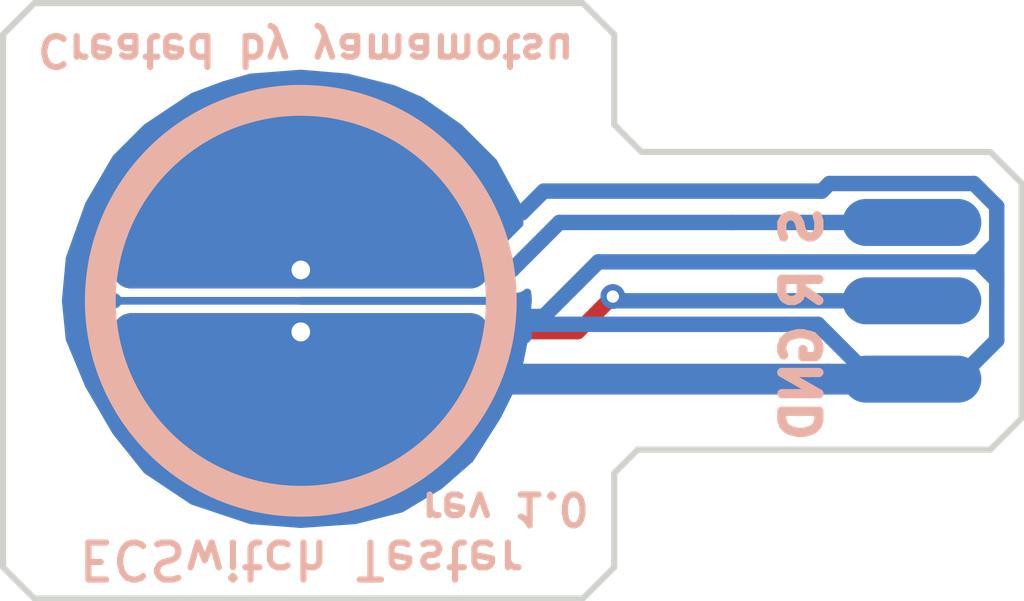
<source format=kicad_pcb>
(kicad_pcb (version 20171130) (host pcbnew "(5.0.2)-1")

  (general
    (thickness 1.6)
    (drawings 22)
    (tracks 37)
    (zones 0)
    (modules 2)
    (nets 4)
  )

  (page A4)
  (layers
    (0 F.Cu signal)
    (31 B.Cu signal)
    (32 B.Adhes user)
    (33 F.Adhes user)
    (34 B.Paste user)
    (35 F.Paste user)
    (36 B.SilkS user)
    (37 F.SilkS user)
    (38 B.Mask user)
    (39 F.Mask user)
    (40 Dwgs.User user)
    (41 Cmts.User user)
    (42 Eco1.User user)
    (43 Eco2.User user)
    (44 Edge.Cuts user)
    (45 Margin user)
    (46 B.CrtYd user)
    (47 F.CrtYd user)
    (48 B.Fab user)
    (49 F.Fab user)
  )

  (setup
    (last_trace_width 0.5)
    (user_trace_width 0.25)
    (user_trace_width 0.5)
    (trace_clearance 0.2)
    (zone_clearance 0.508)
    (zone_45_only no)
    (trace_min 0.2)
    (segment_width 0.2)
    (edge_width 0.2)
    (via_size 0.8)
    (via_drill 0.4)
    (via_min_size 0.4)
    (via_min_drill 0.3)
    (uvia_size 0.3)
    (uvia_drill 0.1)
    (uvias_allowed no)
    (uvia_min_size 0.2)
    (uvia_min_drill 0.1)
    (pcb_text_width 0.3)
    (pcb_text_size 1.5 1.5)
    (mod_edge_width 0.15)
    (mod_text_size 1 1)
    (mod_text_width 0.15)
    (pad_size 1.524 1.524)
    (pad_drill 0.762)
    (pad_to_mask_clearance 0.051)
    (solder_mask_min_width 0.25)
    (aux_axis_origin 0 0)
    (visible_elements FFFFFF7F)
    (pcbplotparams
      (layerselection 0x010f0_ffffffff)
      (usegerberextensions false)
      (usegerberattributes false)
      (usegerberadvancedattributes false)
      (creategerberjobfile false)
      (excludeedgelayer true)
      (linewidth 0.100000)
      (plotframeref false)
      (viasonmask false)
      (mode 1)
      (useauxorigin false)
      (hpglpennumber 1)
      (hpglpenspeed 20)
      (hpglpendiameter 15.000000)
      (psnegative false)
      (psa4output false)
      (plotreference true)
      (plotvalue true)
      (plotinvisibletext false)
      (padsonsilk false)
      (subtractmaskfromsilk false)
      (outputformat 1)
      (mirror false)
      (drillshape 0)
      (scaleselection 1)
      (outputdirectory "gerber/"))
  )

  (net 0 "")
  (net 1 /S)
  (net 2 /R)
  (net 3 /GND)

  (net_class Default "これはデフォルトのネット クラスです。"
    (clearance 0.2)
    (trace_width 0.25)
    (via_dia 0.8)
    (via_drill 0.4)
    (uvia_dia 0.3)
    (uvia_drill 0.1)
  )

  (net_class Large ""
    (clearance 0.25)
    (trace_width 0.25)
    (via_dia 0.8)
    (via_drill 0.4)
    (uvia_dia 0.3)
    (uvia_drill 0.1)
    (add_net /GND)
    (add_net /R)
    (add_net /S)
  )

  (module ToprePad:ToprePad (layer F.Cu) (tedit 5E6607DA) (tstamp 5E72F4CA)
    (at 93.98 73.66 90)
    (path /5E65F4EF)
    (fp_text reference TP1 (at 0 8 90) (layer F.SilkS) hide
      (effects (font (size 1 1) (thickness 0.15)))
    )
    (fp_text value ToprePad (at 0 -8 90) (layer F.Fab) hide
      (effects (font (size 1 1) (thickness 0.15)))
    )
    (fp_circle (center 0 0) (end 0 -6.5) (layer B.SilkS) (width 1))
    (fp_line (start -8 -9) (end 8 -9) (layer Dwgs.User) (width 0.1))
    (fp_line (start -9 8) (end -9 -8) (layer Dwgs.User) (width 0.1))
    (fp_line (start 8 9) (end -8 9) (layer Dwgs.User) (width 0.1))
    (fp_line (start 9 -8) (end 9 8) (layer Dwgs.User) (width 0.1))
    (fp_arc (start 8 -8) (end 8 -9) (angle 90) (layer Dwgs.User) (width 0.1))
    (fp_arc (start 8 8) (end 9 8) (angle 90) (layer Dwgs.User) (width 0.1))
    (fp_arc (start -8 8) (end -8 9) (angle 90) (layer Dwgs.User) (width 0.1))
    (fp_arc (start -8 -8) (end -9 -8) (angle 90) (layer Dwgs.User) (width 0.1))
    (pad 2 thru_hole circle (at -1.016 0 90) (size 1 1) (drill 0.6) (layers *.Cu *.Mask)
      (net 2 /R))
    (pad 1 thru_hole circle (at 1 0 90) (size 1 1) (drill 0.6) (layers *.Cu *.Mask)
      (net 1 /S))
    (pad 2 thru_hole custom (at -1 0 90) (size 1 1) (drill 0.6) (layers B.Cu)
      (net 2 /R) (zone_connect 0)
      (options (clearance outline) (anchor circle))
      (primitives
        (gr_line (start 0 -5.5) (end 0 5.5) (width 1.2))
        (gr_line (start -3 -3.5) (end -3 3.5) (width 1.1))
        (gr_line (start -4 -2) (end -3.5 2.5) (width 1.1))
        (gr_arc (start 1 0) (end 0 5.5) (angle 158.5) (width 1.2))
        (gr_line (start -2 -4) (end -2 4.5) (width 1.1))
        (gr_line (start -1 -4.5) (end -1 4.5) (width 1.1))
      ))
    (pad 1 thru_hole custom (at 1 0 90) (size 1 1) (drill 0.6) (layers B.Cu)
      (net 1 /S) (zone_connect 0)
      (options (clearance outline) (anchor circle))
      (primitives
        (gr_line (start 1 -4.5) (end 1 4.5) (width 1.1))
        (gr_line (start 0 -5.5) (end 0 5.5) (width 1.2))
        (gr_line (start 2 -4) (end 2 4.5) (width 1.1))
        (gr_arc (start -1 0) (end 0 -5.5) (angle 158.5) (width 1.2))
        (gr_line (start 4 -2) (end 3.5 2.5) (width 1.1))
        (gr_line (start 3 -3.5) (end 3 3.5) (width 1.1))
      ))
    (pad 3 smd rect (at 0 0 90) (size 0.25 14) (layers B.Cu)
      (net 3 /GND) (zone_connect 2))
  )

  (module MyLib:TestPin_3P_SMD (layer B.Cu) (tedit 5E661470) (tstamp 5E72F4AE)
    (at 113.792 71.12)
    (path /5E65F6AC)
    (fp_text reference J1 (at 2.921 2.54 -90) (layer B.SilkS) hide
      (effects (font (size 1 1) (thickness 0.15)) (justify mirror))
    )
    (fp_text value Conn_test (at 2.54 2.54 -90) (layer B.Fab) hide
      (effects (font (size 1 1) (thickness 0.15)) (justify mirror))
    )
    (pad 1 smd oval (at 0 0) (size 4.5 1.524) (layers B.Cu B.Paste B.Mask)
      (net 1 /S))
    (pad 2 smd oval (at 0 2.54) (size 4.5 1.524) (layers B.Cu B.Paste B.Mask)
      (net 2 /R))
    (pad 3 smd oval (at 0 5.08) (size 4.5 1.524) (layers B.Cu B.Paste B.Mask)
      (net 3 /GND))
  )

  (gr_text S (at 110.236 71.247 90) (layer B.SilkS) (tstamp 5E73024D)
    (effects (font (size 1.2 1.2) (thickness 0.3)) (justify mirror))
  )
  (gr_text GND (at 110.236 76.327 90) (layer B.SilkS) (tstamp 5E7301EA)
    (effects (font (size 1.2 1.2) (thickness 0.3)) (justify mirror))
  )
  (gr_text R (at 110.236 73.279 90) (layer B.SilkS)
    (effects (font (size 1.2 1.2) (thickness 0.3)) (justify mirror))
  )
  (gr_line (start 104.14 67.945) (end 104.14 65.024) (layer Edge.Cuts) (width 0.2))
  (gr_line (start 105.029 68.834) (end 104.14 67.945) (layer Edge.Cuts) (width 0.2))
  (gr_line (start 104.14 79.248) (end 104.902 78.486) (layer Edge.Cuts) (width 0.2))
  (gr_line (start 104.14 82.296) (end 104.14 79.248) (layer Edge.Cuts) (width 0.2))
  (gr_text "Created by yamamotsu" (at 85.344 65.532 180) (layer B.SilkS) (tstamp 5E7300E6)
    (effects (font (size 1 1) (thickness 0.2)) (justify left mirror))
  )
  (gr_text "rev 1.0" (at 97.79 80.391 180) (layer B.SilkS) (tstamp 5E73006A)
    (effects (font (size 1 1) (thickness 0.2)) (justify left mirror))
  )
  (gr_text "ECSwitch Tester" (at 93.98 82.042 180) (layer B.SilkS)
    (effects (font (size 1.2 1.2) (thickness 0.2)) (justify mirror))
  )
  (gr_line (start 84.328 65.024) (end 85.344 64.008) (layer Edge.Cuts) (width 0.2))
  (gr_line (start 84.328 82.296) (end 84.328 65.024) (layer Edge.Cuts) (width 0.2))
  (gr_line (start 85.344 83.312) (end 84.328 82.296) (layer Edge.Cuts) (width 0.2))
  (gr_line (start 103.124 83.312) (end 85.344 83.312) (layer Edge.Cuts) (width 0.2))
  (gr_line (start 103.124 83.312) (end 104.14 82.296) (layer Edge.Cuts) (width 0.2))
  (gr_line (start 116.332 78.486) (end 104.902 78.486) (layer Edge.Cuts) (width 0.2))
  (gr_line (start 117.348 77.47) (end 116.332 78.486) (layer Edge.Cuts) (width 0.2))
  (gr_line (start 117.348 69.85) (end 117.348 77.47) (layer Edge.Cuts) (width 0.2))
  (gr_line (start 116.332 68.834) (end 117.348 69.85) (layer Edge.Cuts) (width 0.2))
  (gr_line (start 105.029 68.834) (end 116.332 68.834) (layer Edge.Cuts) (width 0.2))
  (gr_line (start 103.124 64.008) (end 104.14 65.024) (layer Edge.Cuts) (width 0.2))
  (gr_line (start 85.344 64.008) (end 103.124 64.008) (layer Edge.Cuts) (width 0.2))

  (segment (start 93.98 72.66) (end 100.822 72.66) (width 0.5) (layer B.Cu) (net 1))
  (segment (start 102.362 71.12) (end 107.95 71.12) (width 0.5) (layer B.Cu) (net 1))
  (segment (start 100.822 72.66) (end 102.362 71.12) (width 0.5) (layer B.Cu) (net 1))
  (segment (start 107.95 71.12) (end 113.792 71.12) (width 0.5) (layer B.Cu) (net 1))
  (segment (start 113.792 73.66) (end 104.233628 73.66) (width 0.5) (layer B.Cu) (net 2))
  (segment (start 104.233628 73.66) (end 104.095618 73.52199) (width 0.5) (layer B.Cu) (net 2))
  (segment (start 103.695619 73.921989) (end 104.095618 73.52199) (width 0.5) (layer F.Cu) (net 2))
  (segment (start 102.957608 74.66) (end 103.695619 73.921989) (width 0.5) (layer F.Cu) (net 2))
  (via (at 104.095618 73.52199) (size 0.8) (drill 0.4) (layers F.Cu B.Cu) (net 2))
  (segment (start 93.98 74.66) (end 102.957608 74.66) (width 0.5) (layer F.Cu) (net 2))
  (segment (start 100.855 73.66) (end 93.98 73.66) (width 0.25) (layer B.Cu) (net 3))
  (segment (start 93.98 73.66) (end 100.076 73.66) (width 0.25) (layer B.Cu) (net 3))
  (segment (start 86.868 73.66) (end 87.924355 73.66) (width 0.5) (layer B.Cu) (net 3))
  (segment (start 112.304 76.2) (end 113.792 76.2) (width 0.5) (layer B.Cu) (net 3))
  (segment (start 115.28 76.2) (end 113.792 76.2) (width 0.5) (layer B.Cu) (net 3))
  (segment (start 116.54201 74.93799) (end 115.28 76.2) (width 0.5) (layer B.Cu) (net 3))
  (segment (start 115.94301 72.39799) (end 116.54201 72.99699) (width 0.5) (layer B.Cu) (net 3))
  (segment (start 103.62401 72.39799) (end 115.94301 72.39799) (width 0.5) (layer B.Cu) (net 3))
  (segment (start 112.522 76.2) (end 110.744 74.422) (width 0.5) (layer B.Cu) (net 3))
  (segment (start 116.54201 72.99699) (end 116.54201 74.93799) (width 0.5) (layer B.Cu) (net 3))
  (segment (start 113.792 76.2) (end 112.522 76.2) (width 0.5) (layer B.Cu) (net 3))
  (segment (start 110.744 74.422) (end 101.219 74.422) (width 0.5) (layer B.Cu) (net 3))
  (segment (start 101.219 74.422) (end 100.965 74.168) (width 0.5) (layer B.Cu) (net 3))
  (segment (start 100.965 74.168) (end 101.854 74.168) (width 0.5) (layer B.Cu) (net 3))
  (segment (start 101.854 74.168) (end 103.62401 72.39799) (width 0.5) (layer B.Cu) (net 3))
  (segment (start 116.54201 71.79899) (end 115.94301 72.39799) (width 0.5) (layer B.Cu) (net 3))
  (segment (start 116.54201 70.597259) (end 116.54201 71.79899) (width 0.5) (layer B.Cu) (net 3))
  (segment (start 100.584 70.807524) (end 101.150476 70.807524) (width 0.5) (layer B.Cu) (net 3))
  (segment (start 101.150476 70.807524) (end 101.854 70.104) (width 0.5) (layer B.Cu) (net 3))
  (segment (start 101.854 70.104) (end 110.871 70.104) (width 0.5) (layer B.Cu) (net 3))
  (segment (start 110.871 70.104) (end 111.11701 69.85799) (width 0.5) (layer B.Cu) (net 3))
  (segment (start 111.11701 69.85799) (end 115.802741 69.85799) (width 0.5) (layer B.Cu) (net 3))
  (segment (start 115.802741 69.85799) (end 116.54201 70.597259) (width 0.5) (layer B.Cu) (net 3))
  (segment (start 116.54201 71.79899) (end 116.54201 72.99699) (width 0.5) (layer B.Cu) (net 3))
  (segment (start 101.219 74.422) (end 101.219 74.803) (width 0.5) (layer B.Cu) (net 3))
  (segment (start 113.792 76.2) (end 111.042 76.2) (width 1) (layer B.Cu) (net 3))
  (segment (start 111.042 76.2) (end 100.584 76.2) (width 1) (layer B.Cu) (net 3))

  (zone (net 3) (net_name /GND) (layer B.Cu) (tstamp 5E7302D9) (hatch edge 0.508)
    (connect_pads (clearance 0.508))
    (min_thickness 0.254)
    (fill yes (arc_segments 16) (thermal_gap 0.508) (thermal_bridge_width 0.508))
    (polygon
      (pts
        (xy 93.98 81.026) (xy 95.758 80.899) (xy 97.282 80.518) (xy 98.552 79.756) (xy 99.568 78.867)
        (xy 100.457 77.47) (xy 101.092 76.2) (xy 101.346 74.93) (xy 101.473 73.66) (xy 101.346 72.009)
        (xy 101.092 70.485) (xy 100.33 69.088) (xy 99.187 67.945) (xy 97.917 67.056) (xy 97.028 66.675)
        (xy 95.504 66.294) (xy 93.98 66.167) (xy 92.329 66.294) (xy 91.44 66.548) (xy 90.424 66.929)
        (xy 88.9 67.945) (xy 87.884 68.961) (xy 86.995 70.485) (xy 86.36 72.263) (xy 86.233 73.66)
        (xy 86.36 74.93) (xy 86.995 76.454) (xy 87.884 77.978) (xy 88.9 79.248) (xy 90.424 80.264)
        (xy 92.329 80.899)
      )
    )
    (filled_polygon
      (pts
        (xy 95.483189 66.419706) (xy 96.987327 66.79574) (xy 97.854916 67.167564) (xy 99.105057 68.042663) (xy 100.227266 69.164872)
        (xy 100.97025 70.527009) (xy 101.074988 71.155434) (xy 100.512307 71.718115) (xy 100.266101 70.982076) (xy 100.243129 70.923142)
        (xy 100.22283 70.877753) (xy 100.203056 70.831827) (xy 100.172987 70.770986) (xy 100.168887 70.763681) (xy 100.166709 70.759832)
        (xy 99.626239 69.8121) (xy 99.592254 69.758745) (xy 99.563494 69.718119) (xy 99.535213 69.676962) (xy 99.493943 69.623171)
        (xy 99.488503 69.616801) (xy 99.485573 69.613394) (xy 98.771313 68.788689) (xy 98.727618 68.742957) (xy 98.691469 68.708646)
        (xy 98.655766 68.6738) (xy 98.604812 68.629033) (xy 98.598244 68.623846) (xy 98.594746 68.628275) (xy 98.59122 68.625582)
        (xy 98.594722 68.621084) (xy 97.733887 67.950825) (xy 97.682137 67.914448) (xy 97.640054 67.887839) (xy 97.598231 67.86057)
        (xy 97.539556 67.826554) (xy 97.532099 67.822738) (xy 97.528113 67.820715) (xy 96.553477 67.330421) (xy 96.495643 67.304787)
        (xy 96.44913 67.286835) (xy 96.402876 67.268236) (xy 96.338718 67.246265) (xy 96.330662 67.24397) (xy 96.326349 67.242758)
        (xy 95.275044 66.95111) (xy 95.213331 66.937197) (xy 95.164259 66.928629) (xy 95.115236 66.919361) (xy 95.047985 66.910266)
        (xy 95.039636 66.90958) (xy 95.035216 66.909233) (xy 93.947284 66.827338) (xy 93.884053 66.825676) (xy 93.834279 66.826801)
        (xy 93.784341 66.827233) (xy 93.716669 66.831368) (xy 93.708346 66.832316) (xy 93.703888 66.83284) (xy 92.620767 66.96382)
        (xy 92.558415 66.974472) (xy 92.509736 66.98526) (xy 92.460913 66.995366) (xy 92.395311 67.012572) (xy 92.38733 67.015119)
        (xy 92.383077 67.016493) (xy 91.346027 67.355356) (xy 91.286935 67.377915) (xy 91.241291 67.397946) (xy 91.195341 67.417352)
        (xy 91.134364 67.446955) (xy 91.12703 67.451003) (xy 91.123094 67.453194) (xy 90.171612 67.987036) (xy 90.118031 68.02064)
        (xy 90.077152 68.049152) (xy 90.035836 68.07712) (xy 89.981743 68.118026) (xy 89.975335 68.123422) (xy 89.971928 68.126312)
        (xy 89.142258 68.834797) (xy 89.096223 68.87817) (xy 89.061678 68.91406) (xy 89.026565 68.949538) (xy 88.98148 69.000132)
        (xy 88.976242 69.006669) (xy 88.973429 69.010205) (xy 88.297171 69.866348) (xy 88.260437 69.917837) (xy 88.233484 69.959812)
        (xy 88.205971 70.001372) (xy 88.171566 70.059769) (xy 88.167697 70.0672) (xy 88.165628 70.071208) (xy 87.668542 71.042397)
        (xy 87.642507 71.100044) (xy 87.624228 71.146436) (xy 87.605303 71.19257) (xy 87.582899 71.25653) (xy 87.580547 71.264571)
        (xy 87.579295 71.268907) (xy 87.280314 72.318151) (xy 87.26597 72.379769) (xy 87.261932 72.40198) (xy 87.262642 72.402109)
        (xy 87.248361 72.471682) (xy 87.24713 72.483398) (xy 87.245026 72.494968) (xy 87.239201 72.56575) (xy 87.238483 72.565675)
        (xy 87.236123 72.588126) (xy 87.236008 72.60454) (xy 87.234661 72.620911) (xy 87.235014 72.643484) (xy 87.235736 72.643473)
        (xy 87.23524 72.714491) (xy 87.236306 72.726204) (xy 87.23649 72.737983) (xy 87.244525 72.808571) (xy 87.243807 72.808636)
        (xy 87.245853 72.831115) (xy 87.248925 72.847218) (xy 87.250781 72.863523) (xy 87.255512 72.885602) (xy 87.256218 72.885451)
        (xy 87.26953 72.95523) (xy 87.272851 72.966512) (xy 87.275318 72.978027) (xy 87.296914 73.04572) (xy 87.296222 73.045924)
        (xy 87.302595 73.067576) (xy 87.308737 73.082776) (xy 87.313722 73.098403) (xy 87.322652 73.119144) (xy 87.323315 73.118858)
        (xy 87.349926 73.18472) (xy 87.355378 73.195149) (xy 87.360036 73.205967) (xy 87.394355 73.268147) (xy 87.393715 73.268481)
        (xy 87.404173 73.288486) (xy 87.413162 73.302224) (xy 87.421095 73.316596) (xy 87.433881 73.335203) (xy 87.434476 73.334794)
        (xy 87.473367 73.394227) (xy 87.480737 73.403394) (xy 87.487409 73.413103) (xy 87.533156 73.467437) (xy 87.532593 73.467889)
        (xy 87.546737 73.485481) (xy 87.558229 73.497217) (xy 87.568802 73.509774) (xy 87.58496 73.525544) (xy 87.585464 73.525028)
        (xy 87.635149 73.575766) (xy 87.644172 73.583337) (xy 87.652598 73.591561) (xy 87.708021 73.635969) (xy 87.707557 73.636522)
        (xy 87.724849 73.651032) (xy 87.737403 73.659627) (xy 87.648017 73.732529) (xy 87.558359 73.821562) (xy 87.483717 73.911788)
        (xy 87.413056 74.016549) (xy 87.357361 74.119556) (xy 87.308396 74.236038) (xy 87.273769 74.3479) (xy 87.248362 74.471678)
        (xy 87.236122 74.588136) (xy 87.23524 74.71449) (xy 87.245853 74.831108) (xy 87.26284 74.92016) (xy 87.263421 74.926036)
        (xy 87.273608 74.993032) (xy 87.275299 75.001237) (xy 87.276227 75.005661) (xy 87.310839 75.167867) (xy 87.326124 75.225533)
        (xy 87.326131 75.225566) (xy 87.326227 75.225924) (xy 87.327049 75.229023) (xy 87.327145 75.229326) (xy 87.343806 75.291082)
        (xy 87.346409 75.299045) (xy 87.347804 75.303264) (xy 87.693899 76.337924) (xy 87.716872 76.396862) (xy 87.737222 76.442364)
        (xy 87.756943 76.488168) (xy 87.786995 76.54898) (xy 87.791095 76.556286) (xy 87.793291 76.560168) (xy 88.333761 77.507899)
        (xy 88.367744 77.561251) (xy 88.396511 77.601887) (xy 88.424791 77.643042) (xy 88.466024 77.696789) (xy 88.471464 77.70316)
        (xy 88.474427 77.706606) (xy 89.188686 78.531311) (xy 89.232387 78.577048) (xy 89.268509 78.611332) (xy 89.304234 78.6462)
        (xy 89.355175 78.690957) (xy 89.361749 78.696149) (xy 89.365271 78.698911) (xy 90.226113 79.369175) (xy 90.277863 79.405552)
        (xy 90.319946 79.432161) (xy 90.361769 79.45943) (xy 90.420476 79.493463) (xy 90.427934 79.497279) (xy 90.431888 79.499285)
        (xy 91.406523 79.989579) (xy 91.46435 80.01521) (xy 91.510792 80.033135) (xy 91.557132 80.051768) (xy 91.621282 80.073735)
        (xy 91.629338 80.07603) (xy 91.633651 80.077242) (xy 92.684956 80.36889) (xy 92.746669 80.382803) (xy 92.795741 80.391371)
        (xy 92.844764 80.400639) (xy 92.912015 80.409734) (xy 92.920364 80.41042) (xy 92.924784 80.410767) (xy 94.012716 80.492662)
        (xy 94.075947 80.494324) (xy 94.125721 80.493199) (xy 94.175659 80.492767) (xy 94.243399 80.488624) (xy 94.251723 80.487675)
        (xy 94.256112 80.487159) (xy 95.339232 80.35618) (xy 95.401585 80.345528) (xy 95.450264 80.33474) (xy 95.499087 80.324634)
        (xy 95.564689 80.307428) (xy 95.57267 80.304881) (xy 95.576923 80.303507) (xy 96.613972 79.964644) (xy 96.673066 79.942084)
        (xy 96.71869 79.922061) (xy 96.764658 79.902648) (xy 96.825695 79.873012) (xy 96.833029 79.868963) (xy 96.836906 79.866805)
        (xy 97.788389 79.332964) (xy 97.841978 79.299354) (xy 97.88281 79.270874) (xy 97.924163 79.242881) (xy 97.978266 79.201965)
        (xy 97.984669 79.196573) (xy 97.982676 79.194206) (xy 97.986116 79.191386) (xy 97.988078 79.193683) (xy 98.817743 78.485204)
        (xy 98.863782 78.441826) (xy 98.898329 78.405932) (xy 98.933432 78.370466) (xy 98.978557 78.319822) (xy 98.98379 78.31329)
        (xy 98.979454 78.309816) (xy 98.982147 78.30629) (xy 98.986575 78.309788) (xy 99.662829 77.453653) (xy 99.699567 77.402157)
        (xy 99.726466 77.360266) (xy 99.75403 77.318628) (xy 99.788434 77.260231) (xy 99.792303 77.2528) (xy 99.794372 77.248792)
        (xy 100.291458 76.277603) (xy 100.317493 76.219956) (xy 100.335772 76.173564) (xy 100.354697 76.12743) (xy 100.377101 76.06347)
        (xy 100.379453 76.055429) (xy 100.380705 76.051093) (xy 100.679686 75.001849) (xy 100.69403 74.940231) (xy 100.698068 74.91802)
        (xy 100.697358 74.917891) (xy 100.711639 74.848318) (xy 100.71287 74.836602) (xy 100.714974 74.825032) (xy 100.720799 74.75425)
        (xy 100.721517 74.754325) (xy 100.723877 74.731874) (xy 100.723992 74.71546) (xy 100.725339 74.699089) (xy 100.724986 74.676516)
        (xy 100.724264 74.676527) (xy 100.72476 74.605509) (xy 100.723694 74.593796) (xy 100.72351 74.582017) (xy 100.715475 74.511429)
        (xy 100.716193 74.511364) (xy 100.714147 74.488885) (xy 100.711075 74.472781) (xy 100.709219 74.456477) (xy 100.704488 74.434398)
        (xy 100.703782 74.434549) (xy 100.690472 74.364776) (xy 100.687147 74.353479) (xy 100.68468 74.341966) (xy 100.663086 74.274281)
        (xy 100.663777 74.274077) (xy 100.657405 74.252428) (xy 100.651265 74.237231) (xy 100.646276 74.221593) (xy 100.637345 74.20085)
        (xy 100.636682 74.201135) (xy 100.610078 74.135287) (xy 100.604617 74.124841) (xy 100.59996 74.114025) (xy 100.565646 74.051853)
        (xy 100.566285 74.051519) (xy 100.555827 74.031514) (xy 100.546838 74.017777) (xy 100.538905 74.003404) (xy 100.526119 73.984797)
        (xy 100.525524 73.985206) (xy 100.486633 73.925773) (xy 100.479263 73.916606) (xy 100.472591 73.906897) (xy 100.426844 73.852563)
        (xy 100.427407 73.852111) (xy 100.413263 73.834519) (xy 100.401771 73.822783) (xy 100.391198 73.810226) (xy 100.37504 73.794456)
        (xy 100.374536 73.794972) (xy 100.324851 73.744234) (xy 100.315828 73.736663) (xy 100.307402 73.728439) (xy 100.251979 73.684031)
        (xy 100.252443 73.683478) (xy 100.235151 73.668968) (xy 100.222597 73.660373) (xy 100.311983 73.587471) (xy 100.354752 73.545)
        (xy 100.734839 73.545) (xy 100.822 73.562337) (xy 100.909161 73.545) (xy 100.909165 73.545) (xy 101.16731 73.493652)
        (xy 101.324737 73.388462) (xy 101.345512 73.658539) (xy 101.220248 74.911183) (xy 100.970801 76.158418) (xy 100.346339 77.407343)
        (xy 99.470645 78.783432) (xy 98.476921 79.652941) (xy 97.232863 80.399376) (xy 95.737923 80.773111) (xy 93.98035 80.898652)
        (xy 92.35433 80.773573) (xy 90.480294 80.148895) (xy 88.986852 79.153267) (xy 87.989001 77.905953) (xy 87.108971 76.397329)
        (xy 86.484492 74.89858) (xy 86.360576 73.659422) (xy 86.485019 72.290544) (xy 87.110637 70.538814) (xy 87.98542 69.039186)
        (xy 88.980914 68.043692) (xy 90.48228 67.042781) (xy 91.479803 66.66871) (xy 92.351546 66.419641) (xy 93.979596 66.294406)
      )
    )
  )
)

</source>
